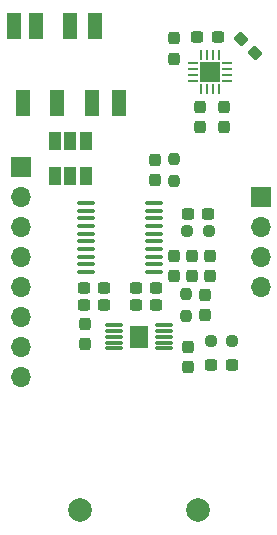
<source format=gts>
%TF.GenerationSoftware,KiCad,Pcbnew,7.0.5*%
%TF.CreationDate,2025-04-07T23:35:03+08:00*%
%TF.ProjectId,audio-test-board,61756469-6f2d-4746-9573-742d626f6172,rev?*%
%TF.SameCoordinates,Original*%
%TF.FileFunction,Soldermask,Top*%
%TF.FilePolarity,Negative*%
%FSLAX46Y46*%
G04 Gerber Fmt 4.6, Leading zero omitted, Abs format (unit mm)*
G04 Created by KiCad (PCBNEW 7.0.5) date 2025-04-07 23:35:03*
%MOMM*%
%LPD*%
G01*
G04 APERTURE LIST*
G04 Aperture macros list*
%AMRoundRect*
0 Rectangle with rounded corners*
0 $1 Rounding radius*
0 $2 $3 $4 $5 $6 $7 $8 $9 X,Y pos of 4 corners*
0 Add a 4 corners polygon primitive as box body*
4,1,4,$2,$3,$4,$5,$6,$7,$8,$9,$2,$3,0*
0 Add four circle primitives for the rounded corners*
1,1,$1+$1,$2,$3*
1,1,$1+$1,$4,$5*
1,1,$1+$1,$6,$7*
1,1,$1+$1,$8,$9*
0 Add four rect primitives between the rounded corners*
20,1,$1+$1,$2,$3,$4,$5,0*
20,1,$1+$1,$4,$5,$6,$7,0*
20,1,$1+$1,$6,$7,$8,$9,0*
20,1,$1+$1,$8,$9,$2,$3,0*%
G04 Aperture macros list end*
%ADD10RoundRect,0.237500X-0.237500X0.300000X-0.237500X-0.300000X0.237500X-0.300000X0.237500X0.300000X0*%
%ADD11R,1.000000X1.500000*%
%ADD12RoundRect,0.237500X0.237500X-0.300000X0.237500X0.300000X-0.237500X0.300000X-0.237500X-0.300000X0*%
%ADD13RoundRect,0.237500X-0.250000X-0.237500X0.250000X-0.237500X0.250000X0.237500X-0.250000X0.237500X0*%
%ADD14RoundRect,0.237500X-0.300000X-0.237500X0.300000X-0.237500X0.300000X0.237500X-0.300000X0.237500X0*%
%ADD15RoundRect,0.237500X0.250000X0.237500X-0.250000X0.237500X-0.250000X-0.237500X0.250000X-0.237500X0*%
%ADD16R,1.200000X2.300000*%
%ADD17RoundRect,0.237500X0.300000X0.237500X-0.300000X0.237500X-0.300000X-0.237500X0.300000X-0.237500X0*%
%ADD18RoundRect,0.237500X-0.237500X0.250000X-0.237500X-0.250000X0.237500X-0.250000X0.237500X0.250000X0*%
%ADD19RoundRect,0.237500X-0.380070X0.044194X0.044194X-0.380070X0.380070X-0.044194X-0.044194X0.380070X0*%
%ADD20RoundRect,0.062500X0.350000X0.062500X-0.350000X0.062500X-0.350000X-0.062500X0.350000X-0.062500X0*%
%ADD21RoundRect,0.062500X0.062500X0.350000X-0.062500X0.350000X-0.062500X-0.350000X0.062500X-0.350000X0*%
%ADD22R,1.680000X1.680000*%
%ADD23RoundRect,0.100000X0.637500X0.100000X-0.637500X0.100000X-0.637500X-0.100000X0.637500X-0.100000X0*%
%ADD24C,2.000000*%
%ADD25RoundRect,0.075000X0.650000X0.075000X-0.650000X0.075000X-0.650000X-0.075000X0.650000X-0.075000X0*%
%ADD26R,1.570000X1.880000*%
%ADD27R,1.700000X1.700000*%
%ADD28O,1.700000X1.700000*%
G04 APERTURE END LIST*
D10*
%TO.C,C3*%
X175586800Y-125321100D03*
X175586800Y-127046100D03*
%TD*%
D11*
%TO.C,JP2*%
X164336800Y-107883600D03*
X165636800Y-107883600D03*
X166936800Y-107883600D03*
%TD*%
D12*
%TO.C,C6*%
X176636800Y-106746100D03*
X176636800Y-105021100D03*
%TD*%
D13*
%TO.C,R3*%
X175524300Y-115553600D03*
X177349300Y-115553600D03*
%TD*%
D14*
%TO.C,C17*%
X166786800Y-120333600D03*
X168511800Y-120333600D03*
%TD*%
D15*
%TO.C,R2*%
X179349300Y-124883600D03*
X177524300Y-124883600D03*
%TD*%
D16*
%TO.C,J2*%
X167436800Y-104697600D03*
X165636800Y-98197600D03*
X164536800Y-104697600D03*
X162736800Y-98197600D03*
X161636800Y-104697600D03*
X160836800Y-98197600D03*
X169736800Y-104697600D03*
X167736800Y-98197600D03*
%TD*%
D10*
%TO.C,C4*%
X166836800Y-123421100D03*
X166836800Y-125146100D03*
%TD*%
%TO.C,C18*%
X175936800Y-117621100D03*
X175936800Y-119346100D03*
%TD*%
%TO.C,C13*%
X172796799Y-109529974D03*
X172796799Y-111254974D03*
%TD*%
D17*
%TO.C,C1*%
X179299300Y-126883600D03*
X177574300Y-126883600D03*
%TD*%
D18*
%TO.C,R1*%
X175436800Y-120883600D03*
X175436800Y-122708600D03*
%TD*%
D14*
%TO.C,C15*%
X166786800Y-121833600D03*
X168511800Y-121833600D03*
%TD*%
D12*
%TO.C,C14*%
X174436800Y-119346100D03*
X174436800Y-117621100D03*
%TD*%
D17*
%TO.C,C12*%
X177299300Y-114093600D03*
X175574300Y-114093600D03*
%TD*%
%TO.C,C8*%
X178119300Y-99083600D03*
X176394300Y-99083600D03*
%TD*%
D19*
%TO.C,C7*%
X180067040Y-99263840D03*
X181286800Y-100483600D03*
%TD*%
D17*
%TO.C,C11*%
X172882732Y-120333600D03*
X171157732Y-120333600D03*
%TD*%
D10*
%TO.C,C16*%
X177436800Y-117621100D03*
X177436800Y-119346100D03*
%TD*%
D11*
%TO.C,JP3*%
X164336800Y-110883600D03*
X165636800Y-110883600D03*
X166936800Y-110883600D03*
%TD*%
D18*
%TO.C,R4*%
X174396799Y-109479974D03*
X174396799Y-111304974D03*
%TD*%
D20*
%TO.C,U2*%
X178919300Y-102833600D03*
X178919300Y-102333600D03*
X178919300Y-101833600D03*
X178919300Y-101333600D03*
D21*
X178206800Y-100621100D03*
X177706800Y-100621100D03*
X177206800Y-100621100D03*
X176706800Y-100621100D03*
D20*
X175994300Y-101333600D03*
X175994300Y-101833600D03*
X175994300Y-102333600D03*
X175994300Y-102833600D03*
D21*
X176706800Y-103546100D03*
X177206800Y-103546100D03*
X177706800Y-103546100D03*
X178206800Y-103546100D03*
D22*
X177456800Y-102083600D03*
%TD*%
D17*
%TO.C,C10*%
X172882732Y-121833600D03*
X171157732Y-121833600D03*
%TD*%
D23*
%TO.C,U1*%
X172699300Y-119008600D03*
X172699300Y-118358600D03*
X172699300Y-117708600D03*
X172699300Y-117058600D03*
X172699300Y-116408600D03*
X172699300Y-115758600D03*
X172699300Y-115108600D03*
X172699300Y-114458600D03*
X172699300Y-113808600D03*
X172699300Y-113158600D03*
X166974300Y-113158600D03*
X166974300Y-113808600D03*
X166974300Y-114458600D03*
X166974300Y-115108600D03*
X166974300Y-115758600D03*
X166974300Y-116408600D03*
X166974300Y-117058600D03*
X166974300Y-117708600D03*
X166974300Y-118358600D03*
X166974300Y-119008600D03*
%TD*%
D12*
%TO.C,C2*%
X177036800Y-122658600D03*
X177036800Y-120933600D03*
%TD*%
D24*
%TO.C,LS1*%
X176436800Y-139197600D03*
X166436800Y-139197600D03*
%TD*%
D12*
%TO.C,C9*%
X174436800Y-100946100D03*
X174436800Y-99221100D03*
%TD*%
D25*
%TO.C,U3*%
X173586800Y-125483600D03*
X173586800Y-124983600D03*
X173586800Y-124483600D03*
X173586800Y-123983600D03*
X173586800Y-123483600D03*
X169286800Y-123483600D03*
X169286800Y-123983600D03*
X169286800Y-124483600D03*
X169286800Y-124983600D03*
X169286800Y-125483600D03*
D26*
X171436800Y-124483600D03*
%TD*%
D12*
%TO.C,C5*%
X178636800Y-106746100D03*
X178636800Y-105021100D03*
%TD*%
D27*
%TO.C,J3*%
X181756800Y-112623600D03*
D28*
X181756800Y-115163600D03*
X181756800Y-117703600D03*
X181756800Y-120243600D03*
%TD*%
D27*
%TO.C,J1*%
X161436800Y-110083600D03*
D28*
X161436800Y-112623600D03*
X161436800Y-115163600D03*
X161436800Y-117703600D03*
X161436800Y-120243600D03*
X161436800Y-122783600D03*
X161436800Y-125323600D03*
X161436800Y-127863600D03*
%TD*%
M02*

</source>
